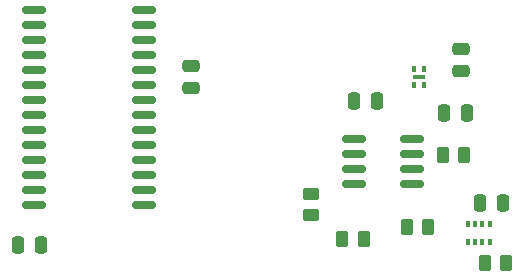
<source format=gbr>
%TF.GenerationSoftware,KiCad,Pcbnew,(6.0.1)*%
%TF.CreationDate,2022-03-15T19:27:33-04:00*%
%TF.ProjectId,Main-Board,4d61696e-2d42-46f6-9172-642e6b696361,rev?*%
%TF.SameCoordinates,Original*%
%TF.FileFunction,Paste,Top*%
%TF.FilePolarity,Positive*%
%FSLAX46Y46*%
G04 Gerber Fmt 4.6, Leading zero omitted, Abs format (unit mm)*
G04 Created by KiCad (PCBNEW (6.0.1)) date 2022-03-15 19:27:33*
%MOMM*%
%LPD*%
G01*
G04 APERTURE LIST*
G04 Aperture macros list*
%AMRoundRect*
0 Rectangle with rounded corners*
0 $1 Rounding radius*
0 $2 $3 $4 $5 $6 $7 $8 $9 X,Y pos of 4 corners*
0 Add a 4 corners polygon primitive as box body*
4,1,4,$2,$3,$4,$5,$6,$7,$8,$9,$2,$3,0*
0 Add four circle primitives for the rounded corners*
1,1,$1+$1,$2,$3*
1,1,$1+$1,$4,$5*
1,1,$1+$1,$6,$7*
1,1,$1+$1,$8,$9*
0 Add four rect primitives between the rounded corners*
20,1,$1+$1,$2,$3,$4,$5,0*
20,1,$1+$1,$4,$5,$6,$7,0*
20,1,$1+$1,$6,$7,$8,$9,0*
20,1,$1+$1,$8,$9,$2,$3,0*%
G04 Aperture macros list end*
%ADD10RoundRect,0.250000X0.262500X0.450000X-0.262500X0.450000X-0.262500X-0.450000X0.262500X-0.450000X0*%
%ADD11RoundRect,0.150000X-0.825000X-0.150000X0.825000X-0.150000X0.825000X0.150000X-0.825000X0.150000X0*%
%ADD12RoundRect,0.250000X0.250000X0.475000X-0.250000X0.475000X-0.250000X-0.475000X0.250000X-0.475000X0*%
%ADD13RoundRect,0.250000X-0.262500X-0.450000X0.262500X-0.450000X0.262500X0.450000X-0.262500X0.450000X0*%
%ADD14RoundRect,0.250000X-0.250000X-0.475000X0.250000X-0.475000X0.250000X0.475000X-0.250000X0.475000X0*%
%ADD15RoundRect,0.250000X-0.475000X0.250000X-0.475000X-0.250000X0.475000X-0.250000X0.475000X0.250000X0*%
%ADD16RoundRect,0.150000X-0.875000X-0.150000X0.875000X-0.150000X0.875000X0.150000X-0.875000X0.150000X0*%
%ADD17RoundRect,0.250000X0.450000X-0.262500X0.450000X0.262500X-0.450000X0.262500X-0.450000X-0.262500X0*%
%ADD18R,0.400000X0.500000*%
%ADD19R,0.300000X0.500000*%
%ADD20R,1.000000X0.400000*%
%ADD21RoundRect,0.250000X0.475000X-0.250000X0.475000X0.250000X-0.475000X0.250000X-0.475000X-0.250000X0*%
G04 APERTURE END LIST*
D10*
%TO.C,R12*%
X148129000Y-115824000D03*
X146304000Y-115824000D03*
%TD*%
D11*
%TO.C,U5*%
X138749000Y-114427000D03*
X138749000Y-115697000D03*
X138749000Y-116967000D03*
X138749000Y-118237000D03*
X143699000Y-118237000D03*
X143699000Y-116967000D03*
X143699000Y-115697000D03*
X143699000Y-114427000D03*
%TD*%
D12*
%TO.C,C8*%
X112268000Y-123444000D03*
X110368000Y-123444000D03*
%TD*%
D13*
%TO.C,R11*%
X143256000Y-121920000D03*
X145081000Y-121920000D03*
%TD*%
D14*
%TO.C,C13*%
X146436000Y-112268000D03*
X148336000Y-112268000D03*
%TD*%
D15*
%TO.C,C9*%
X124968000Y-108270000D03*
X124968000Y-110170000D03*
%TD*%
D16*
%TO.C,U4*%
X111682000Y-103505000D03*
X111682000Y-104775000D03*
X111682000Y-106045000D03*
X111682000Y-107315000D03*
X111682000Y-108585000D03*
X111682000Y-109855000D03*
X111682000Y-111125000D03*
X111682000Y-112395000D03*
X111682000Y-113665000D03*
X111682000Y-114935000D03*
X111682000Y-116205000D03*
X111682000Y-117475000D03*
X111682000Y-118745000D03*
X111682000Y-120015000D03*
X120982000Y-120015000D03*
X120982000Y-118745000D03*
X120982000Y-117475000D03*
X120982000Y-116205000D03*
X120982000Y-114935000D03*
X120982000Y-113665000D03*
X120982000Y-112395000D03*
X120982000Y-111125000D03*
X120982000Y-109855000D03*
X120982000Y-108585000D03*
X120982000Y-107315000D03*
X120982000Y-106045000D03*
X120982000Y-104775000D03*
X120982000Y-103505000D03*
%TD*%
D14*
%TO.C,C10*%
X138816000Y-111252000D03*
X140716000Y-111252000D03*
%TD*%
D17*
%TO.C,R9*%
X135128000Y-120904000D03*
X135128000Y-119079000D03*
%TD*%
D14*
%TO.C,C12*%
X149484000Y-119888000D03*
X151384000Y-119888000D03*
%TD*%
D10*
%TO.C,R13*%
X151685000Y-124968000D03*
X149860000Y-124968000D03*
%TD*%
D13*
%TO.C,R10*%
X137771500Y-122936000D03*
X139596500Y-122936000D03*
%TD*%
D18*
%TO.C,U7*%
X150302000Y-123178000D03*
X149652000Y-123178000D03*
X149052000Y-123178000D03*
X148402000Y-123178000D03*
X148402000Y-121678000D03*
X149052000Y-121678000D03*
X149652000Y-121678000D03*
X150302000Y-121678000D03*
%TD*%
D19*
%TO.C,U6*%
X143872000Y-109920000D03*
X144672000Y-109920000D03*
X144672000Y-108520000D03*
X143872000Y-108520000D03*
D20*
X144272000Y-109220000D03*
%TD*%
D21*
%TO.C,C11*%
X147828000Y-108712000D03*
X147828000Y-106812000D03*
%TD*%
M02*

</source>
